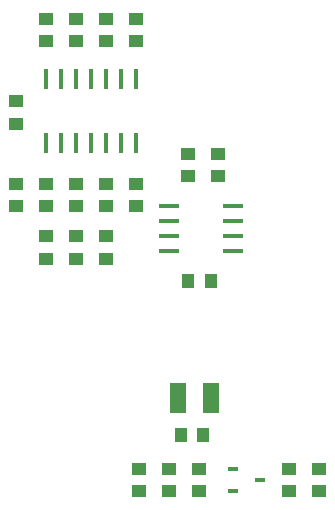
<source format=gbp>
G04 DipTrace 2.4.0.2*
%INeeg.backpaste.gbp*%
%MOIN*%
%ADD39R,0.0157X0.0709*%
%ADD41R,0.0709X0.0157*%
%ADD43R,0.0335X0.0177*%
%ADD51R,0.0433X0.0512*%
%ADD53R,0.0551X0.0984*%
%ADD55R,0.0512X0.0433*%
%FSLAX44Y44*%
G04*
G70*
G90*
G75*
G01*
%LNBotPaste*%
%LPD*%
D55*
X5937Y15187D3*
Y14439D3*
X8937Y12687D3*
Y13435D3*
X15063Y5686D3*
Y4938D3*
X7937Y14437D3*
Y15185D3*
D53*
X12437Y8062D3*
X11335D3*
D55*
X11063Y4938D3*
Y5686D3*
X8937Y20687D3*
Y19939D3*
X7937Y20687D3*
Y19939D3*
X5937Y17937D3*
Y17189D3*
D51*
X11689Y11937D3*
X12437D3*
D43*
X13187Y4937D3*
Y5685D3*
X14093Y5311D3*
D55*
X11687Y15437D3*
Y16185D3*
X9937Y14439D3*
Y15187D3*
X8937D3*
Y14439D3*
X7937Y13437D3*
Y12689D3*
X6937Y12687D3*
Y13435D3*
Y15187D3*
Y14439D3*
X10063Y5686D3*
Y4938D3*
X12063Y5686D3*
Y4938D3*
X16063D3*
Y5686D3*
D51*
X12187Y6812D3*
X11439D3*
D55*
X12687Y15439D3*
Y16187D3*
X6937Y19937D3*
Y20685D3*
X9937Y19937D3*
Y20685D3*
D41*
X13187Y14437D3*
Y13937D3*
Y13437D3*
Y12937D3*
X11061D3*
Y13437D3*
Y13937D3*
Y14437D3*
D39*
X6937Y18687D3*
X7437D3*
X7937D3*
X8437D3*
X8937D3*
X9437D3*
X9937D3*
Y16561D3*
X9437D3*
X8937D3*
X8437D3*
X7937D3*
X7437D3*
X6937D3*
M02*

</source>
